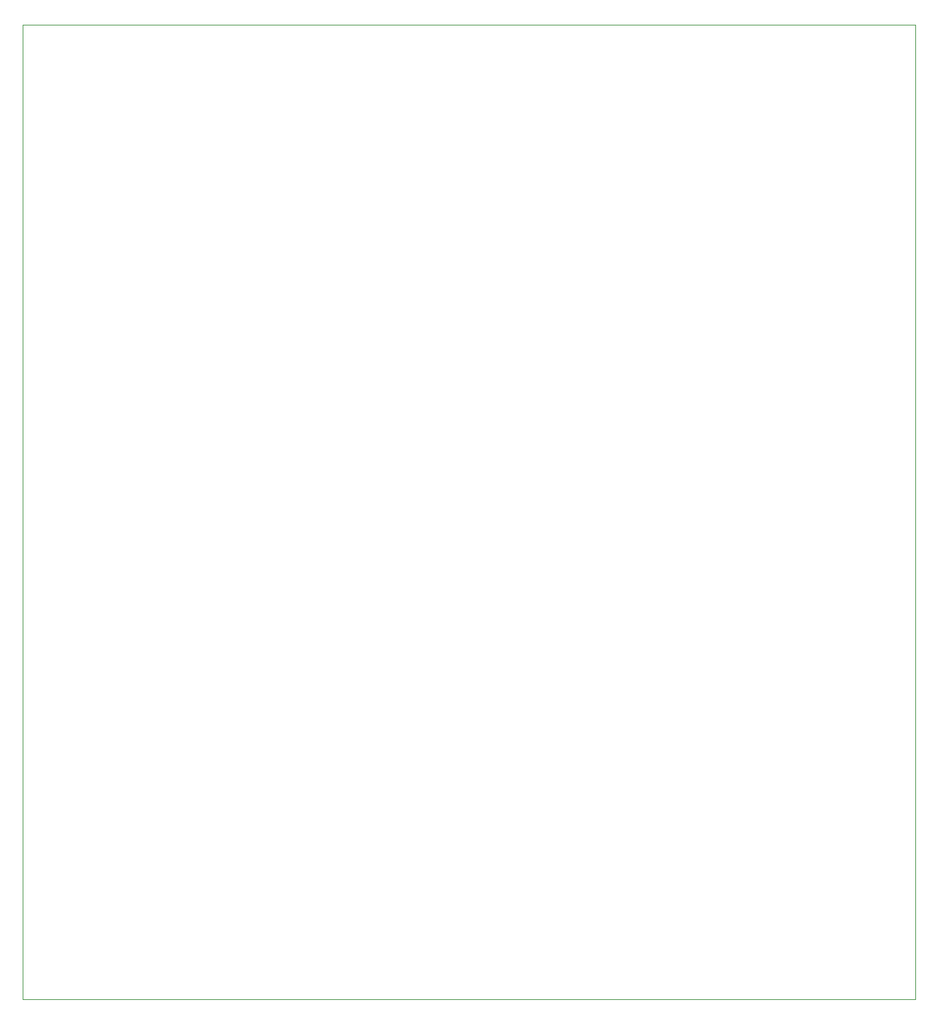
<source format=gbr>
%TF.GenerationSoftware,KiCad,Pcbnew,8.0.5*%
%TF.CreationDate,2024-11-10T22:21:36+02:00*%
%TF.ProjectId,PowerBoard,506f7765-7242-46f6-9172-642e6b696361,rev?*%
%TF.SameCoordinates,Original*%
%TF.FileFunction,Profile,NP*%
%FSLAX46Y46*%
G04 Gerber Fmt 4.6, Leading zero omitted, Abs format (unit mm)*
G04 Created by KiCad (PCBNEW 8.0.5) date 2024-11-10 22:21:36*
%MOMM*%
%LPD*%
G01*
G04 APERTURE LIST*
%TA.AperFunction,Profile*%
%ADD10C,0.050000*%
%TD*%
G04 APERTURE END LIST*
D10*
X72500000Y-32000000D02*
X182500000Y-32000000D01*
X182500000Y-152000000D01*
X72500000Y-152000000D01*
X72500000Y-32000000D01*
M02*

</source>
